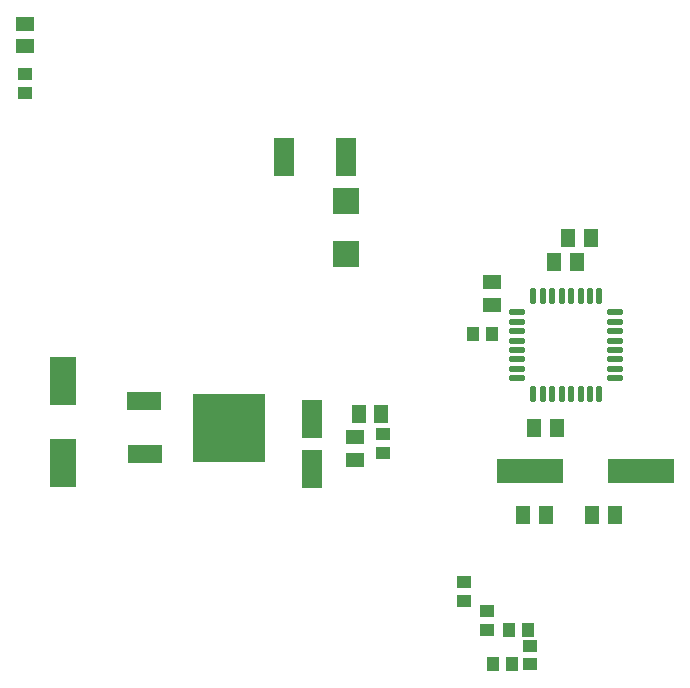
<source format=gtp>
G04 Layer_Color=8421504*
%FSAX25Y25*%
%MOIN*%
G70*
G01*
G75*
%ADD10R,0.05118X0.03937*%
%ADD11R,0.03937X0.05118*%
%ADD12R,0.07087X0.12598*%
%ADD13R,0.05906X0.05118*%
%ADD14R,0.05118X0.05906*%
%ADD15R,0.24410X0.22835*%
%ADD16R,0.11811X0.06299*%
%ADD17R,0.06000X0.06000*%
%ADD18R,0.09055X0.09055*%
%ADD19R,0.07008X0.12598*%
%ADD20R,0.08661X0.16142*%
G04:AMPARAMS|DCode=21|XSize=20mil|YSize=53.15mil|CornerRadius=5mil|HoleSize=0mil|Usage=FLASHONLY|Rotation=90.000|XOffset=0mil|YOffset=0mil|HoleType=Round|Shape=RoundedRectangle|*
%AMROUNDEDRECTD21*
21,1,0.02000,0.04315,0,0,90.0*
21,1,0.01000,0.05315,0,0,90.0*
1,1,0.01000,0.02158,0.00500*
1,1,0.01000,0.02158,-0.00500*
1,1,0.01000,-0.02158,-0.00500*
1,1,0.01000,-0.02158,0.00500*
%
%ADD21ROUNDEDRECTD21*%
G04:AMPARAMS|DCode=22|XSize=20mil|YSize=53.15mil|CornerRadius=5mil|HoleSize=0mil|Usage=FLASHONLY|Rotation=180.000|XOffset=0mil|YOffset=0mil|HoleType=Round|Shape=RoundedRectangle|*
%AMROUNDEDRECTD22*
21,1,0.02000,0.04315,0,0,180.0*
21,1,0.01000,0.05315,0,0,180.0*
1,1,0.01000,-0.00500,0.02158*
1,1,0.01000,0.00500,0.02158*
1,1,0.01000,0.00500,-0.02158*
1,1,0.01000,-0.00500,-0.02158*
%
%ADD22ROUNDEDRECTD22*%
%ADD23R,0.21850X0.08071*%
D10*
X0308417Y0128827D02*
D03*
Y0122528D02*
D03*
X0259398Y0193122D02*
D03*
Y0199421D02*
D03*
X0140205Y0312906D02*
D03*
Y0319205D02*
D03*
X0286465Y0143713D02*
D03*
Y0150012D02*
D03*
X0293949Y0140342D02*
D03*
Y0134043D02*
D03*
D11*
X0296272Y0122689D02*
D03*
X0302571D02*
D03*
X0307862Y0133905D02*
D03*
X0301563D02*
D03*
X0295657Y0232823D02*
D03*
X0289358D02*
D03*
D12*
X0235761Y0187521D02*
D03*
Y0204321D02*
D03*
D13*
X0250161Y0198290D02*
D03*
Y0190809D02*
D03*
X0140209Y0328547D02*
D03*
Y0336028D02*
D03*
X0295618Y0249898D02*
D03*
X0295618Y0242417D02*
D03*
D14*
X0258756Y0205858D02*
D03*
X0251276D02*
D03*
X0321204Y0264577D02*
D03*
X0328684D02*
D03*
X0309890Y0201220D02*
D03*
X0317371D02*
D03*
X0316466Y0256728D02*
D03*
X0323947Y0256728D02*
D03*
X0329243Y0172491D02*
D03*
X0336724D02*
D03*
X0313702Y0172337D02*
D03*
X0306221Y0172337D02*
D03*
D15*
X0208261Y0201349D02*
D03*
D16*
X0179861Y0210328D02*
D03*
X0179961Y0192549D02*
D03*
D17*
X0208361Y0207249D02*
D03*
D18*
X0246987Y0277158D02*
D03*
Y0259442D02*
D03*
D19*
X0226400Y0291500D02*
D03*
X0246990D02*
D03*
D20*
X0152661Y0189784D02*
D03*
Y0216949D02*
D03*
D21*
X0336920Y0217869D02*
D03*
X0336920Y0221019D02*
D03*
Y0224168D02*
D03*
Y0227318D02*
D03*
Y0230467D02*
D03*
Y0233617D02*
D03*
X0336920Y0236767D02*
D03*
X0336920Y0239916D02*
D03*
X0304243D02*
D03*
Y0236767D02*
D03*
X0304243Y0233617D02*
D03*
Y0230467D02*
D03*
Y0227318D02*
D03*
Y0224168D02*
D03*
Y0221019D02*
D03*
X0304243Y0217869D02*
D03*
D22*
X0309558Y0212554D02*
D03*
X0312708D02*
D03*
X0315857D02*
D03*
X0319007D02*
D03*
X0322156Y0212554D02*
D03*
X0325306Y0212554D02*
D03*
X0328456Y0212554D02*
D03*
X0331605Y0212554D02*
D03*
Y0245231D02*
D03*
X0328456Y0245231D02*
D03*
X0325306D02*
D03*
X0322156D02*
D03*
X0319007D02*
D03*
X0315857D02*
D03*
X0312708D02*
D03*
X0309558D02*
D03*
D23*
X0308455Y0187099D02*
D03*
X0345455D02*
D03*
M02*

</source>
